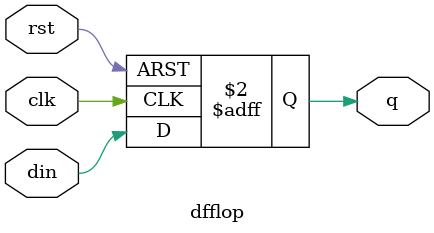
<source format=v>
module dfflop (
    input clk, rst, din, output reg q
);

always @(posedge clk or posedge rst) begin
    if( rst )
		q<=0;
    else
    q<=din;
end

endmodule
</source>
